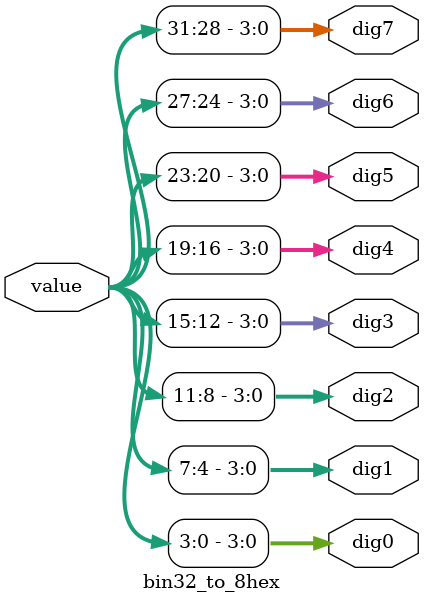
<source format=v>
`timescale 1ns / 1ps



module bin32_to_8hex( 
    input wire [31:0] value, 
    output wire [3:0] dig0, 
    output wire [3:0] dig1, 
    output wire [3:0] dig2, 
    output wire [3:0] dig3, 
    output wire [3:0] dig4, 
    output wire [3:0] dig5, 
    output wire [3:0] dig6, 
    output wire [3:0] dig7 
    ); 

    assign {dig7, dig6, dig5, dig4, dig3, dig2, dig1, dig0} = value;
endmodule
</source>
